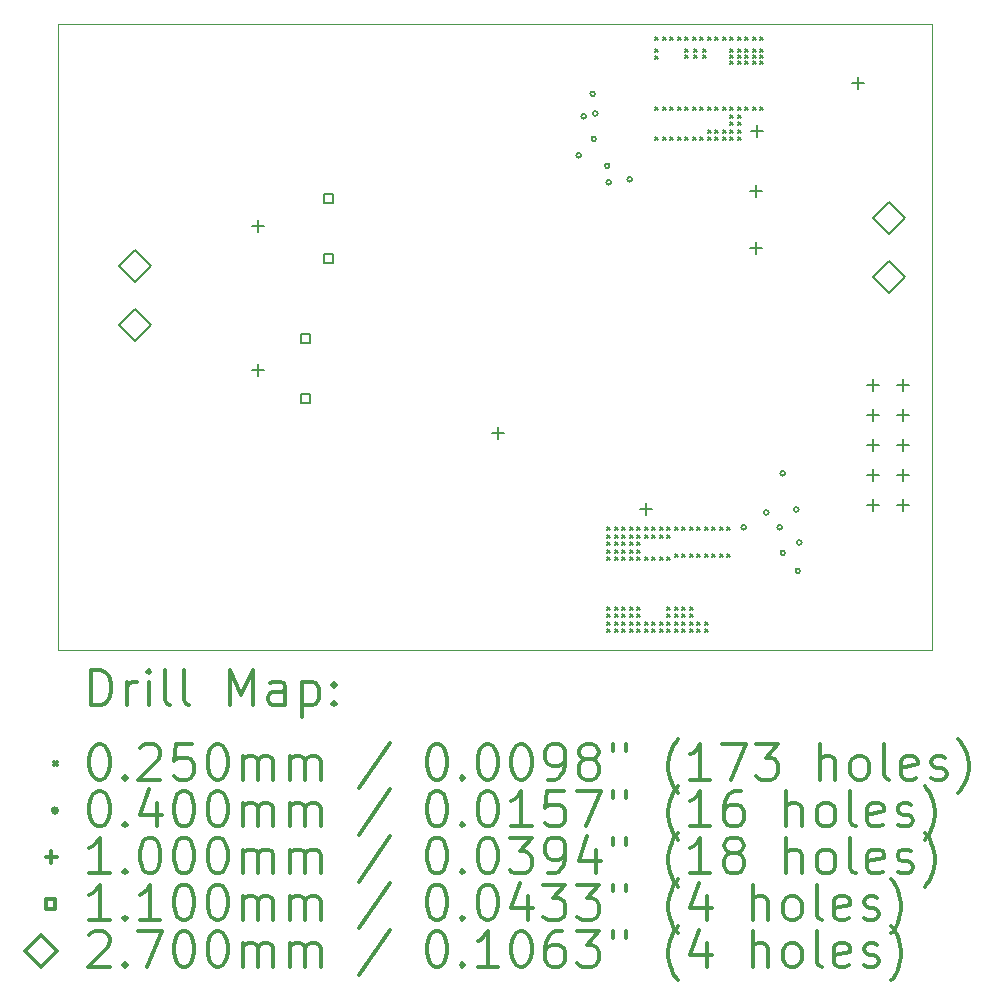
<source format=gbr>
%FSLAX45Y45*%
G04 Gerber Fmt 4.5, Leading zero omitted, Abs format (unit mm)*
G04 Created by KiCad (PCBNEW 5.1.10) date 2021-07-13 10:11:18*
%MOMM*%
%LPD*%
G01*
G04 APERTURE LIST*
%TA.AperFunction,Profile*%
%ADD10C,0.050000*%
%TD*%
%ADD11C,0.200000*%
%ADD12C,0.300000*%
G04 APERTURE END LIST*
D10*
X14600000Y-11600000D02*
X22000000Y-11600000D01*
X14600000Y-16900000D02*
X14600000Y-11600000D01*
X22000000Y-16900000D02*
X14600000Y-16900000D01*
X22000000Y-11600000D02*
X22000000Y-16900000D01*
D11*
X19253400Y-15862500D02*
X19278400Y-15887500D01*
X19278400Y-15862500D02*
X19253400Y-15887500D01*
X19253400Y-15926000D02*
X19278400Y-15951000D01*
X19278400Y-15926000D02*
X19253400Y-15951000D01*
X19253400Y-15989500D02*
X19278400Y-16014500D01*
X19278400Y-15989500D02*
X19253400Y-16014500D01*
X19253400Y-16053000D02*
X19278400Y-16078000D01*
X19278400Y-16053000D02*
X19253400Y-16078000D01*
X19253400Y-16116500D02*
X19278400Y-16141500D01*
X19278400Y-16116500D02*
X19253400Y-16141500D01*
X19253400Y-16535600D02*
X19278400Y-16560600D01*
X19278400Y-16535600D02*
X19253400Y-16560600D01*
X19253400Y-16599100D02*
X19278400Y-16624100D01*
X19278400Y-16599100D02*
X19253400Y-16624100D01*
X19253400Y-16662600D02*
X19278400Y-16687600D01*
X19278400Y-16662600D02*
X19253400Y-16687600D01*
X19253400Y-16726100D02*
X19278400Y-16751100D01*
X19278400Y-16726100D02*
X19253400Y-16751100D01*
X19316900Y-15862500D02*
X19341900Y-15887500D01*
X19341900Y-15862500D02*
X19316900Y-15887500D01*
X19316900Y-15926000D02*
X19341900Y-15951000D01*
X19341900Y-15926000D02*
X19316900Y-15951000D01*
X19316900Y-15989500D02*
X19341900Y-16014500D01*
X19341900Y-15989500D02*
X19316900Y-16014500D01*
X19316900Y-16053000D02*
X19341900Y-16078000D01*
X19341900Y-16053000D02*
X19316900Y-16078000D01*
X19316900Y-16116500D02*
X19341900Y-16141500D01*
X19341900Y-16116500D02*
X19316900Y-16141500D01*
X19316900Y-16535600D02*
X19341900Y-16560600D01*
X19341900Y-16535600D02*
X19316900Y-16560600D01*
X19316900Y-16599100D02*
X19341900Y-16624100D01*
X19341900Y-16599100D02*
X19316900Y-16624100D01*
X19316900Y-16662600D02*
X19341900Y-16687600D01*
X19341900Y-16662600D02*
X19316900Y-16687600D01*
X19316900Y-16726100D02*
X19341900Y-16751100D01*
X19341900Y-16726100D02*
X19316900Y-16751100D01*
X19380400Y-15862500D02*
X19405400Y-15887500D01*
X19405400Y-15862500D02*
X19380400Y-15887500D01*
X19380400Y-15926000D02*
X19405400Y-15951000D01*
X19405400Y-15926000D02*
X19380400Y-15951000D01*
X19380400Y-15989500D02*
X19405400Y-16014500D01*
X19405400Y-15989500D02*
X19380400Y-16014500D01*
X19380400Y-16053000D02*
X19405400Y-16078000D01*
X19405400Y-16053000D02*
X19380400Y-16078000D01*
X19380400Y-16116500D02*
X19405400Y-16141500D01*
X19405400Y-16116500D02*
X19380400Y-16141500D01*
X19380400Y-16535600D02*
X19405400Y-16560600D01*
X19405400Y-16535600D02*
X19380400Y-16560600D01*
X19380400Y-16599100D02*
X19405400Y-16624100D01*
X19405400Y-16599100D02*
X19380400Y-16624100D01*
X19380400Y-16662600D02*
X19405400Y-16687600D01*
X19405400Y-16662600D02*
X19380400Y-16687600D01*
X19380400Y-16726100D02*
X19405400Y-16751100D01*
X19405400Y-16726100D02*
X19380400Y-16751100D01*
X19443900Y-15862500D02*
X19468900Y-15887500D01*
X19468900Y-15862500D02*
X19443900Y-15887500D01*
X19443900Y-15926000D02*
X19468900Y-15951000D01*
X19468900Y-15926000D02*
X19443900Y-15951000D01*
X19443900Y-15989500D02*
X19468900Y-16014500D01*
X19468900Y-15989500D02*
X19443900Y-16014500D01*
X19443900Y-16053000D02*
X19468900Y-16078000D01*
X19468900Y-16053000D02*
X19443900Y-16078000D01*
X19443900Y-16116500D02*
X19468900Y-16141500D01*
X19468900Y-16116500D02*
X19443900Y-16141500D01*
X19443900Y-16535600D02*
X19468900Y-16560600D01*
X19468900Y-16535600D02*
X19443900Y-16560600D01*
X19443900Y-16599100D02*
X19468900Y-16624100D01*
X19468900Y-16599100D02*
X19443900Y-16624100D01*
X19443900Y-16662600D02*
X19468900Y-16687600D01*
X19468900Y-16662600D02*
X19443900Y-16687600D01*
X19443900Y-16726100D02*
X19468900Y-16751100D01*
X19468900Y-16726100D02*
X19443900Y-16751100D01*
X19507400Y-15862500D02*
X19532400Y-15887500D01*
X19532400Y-15862500D02*
X19507400Y-15887500D01*
X19507400Y-15926000D02*
X19532400Y-15951000D01*
X19532400Y-15926000D02*
X19507400Y-15951000D01*
X19507400Y-15989500D02*
X19532400Y-16014500D01*
X19532400Y-15989500D02*
X19507400Y-16014500D01*
X19507400Y-16053000D02*
X19532400Y-16078000D01*
X19532400Y-16053000D02*
X19507400Y-16078000D01*
X19507400Y-16116500D02*
X19532400Y-16141500D01*
X19532400Y-16116500D02*
X19507400Y-16141500D01*
X19507400Y-16535600D02*
X19532400Y-16560600D01*
X19532400Y-16535600D02*
X19507400Y-16560600D01*
X19507400Y-16599100D02*
X19532400Y-16624100D01*
X19532400Y-16599100D02*
X19507400Y-16624100D01*
X19507400Y-16662600D02*
X19532400Y-16687600D01*
X19532400Y-16662600D02*
X19507400Y-16687600D01*
X19507400Y-16726100D02*
X19532400Y-16751100D01*
X19532400Y-16726100D02*
X19507400Y-16751100D01*
X19570900Y-15862500D02*
X19595900Y-15887500D01*
X19595900Y-15862500D02*
X19570900Y-15887500D01*
X19570900Y-15926000D02*
X19595900Y-15951000D01*
X19595900Y-15926000D02*
X19570900Y-15951000D01*
X19570900Y-16116500D02*
X19595900Y-16141500D01*
X19595900Y-16116500D02*
X19570900Y-16141500D01*
X19570900Y-16662600D02*
X19595900Y-16687600D01*
X19595900Y-16662600D02*
X19570900Y-16687600D01*
X19570900Y-16726100D02*
X19595900Y-16751100D01*
X19595900Y-16726100D02*
X19570900Y-16751100D01*
X19634400Y-15862500D02*
X19659400Y-15887500D01*
X19659400Y-15862500D02*
X19634400Y-15887500D01*
X19634400Y-15926000D02*
X19659400Y-15951000D01*
X19659400Y-15926000D02*
X19634400Y-15951000D01*
X19634400Y-16116500D02*
X19659400Y-16141500D01*
X19659400Y-16116500D02*
X19634400Y-16141500D01*
X19634400Y-16662600D02*
X19659400Y-16687600D01*
X19659400Y-16662600D02*
X19634400Y-16687600D01*
X19634400Y-16726100D02*
X19659400Y-16751100D01*
X19659400Y-16726100D02*
X19634400Y-16751100D01*
X19659800Y-11709600D02*
X19684800Y-11734600D01*
X19684800Y-11709600D02*
X19659800Y-11734600D01*
X19659800Y-11811200D02*
X19684800Y-11836200D01*
X19684800Y-11811200D02*
X19659800Y-11836200D01*
X19659800Y-11874700D02*
X19684800Y-11899700D01*
X19684800Y-11874700D02*
X19659800Y-11899700D01*
X19659800Y-12306500D02*
X19684800Y-12331500D01*
X19684800Y-12306500D02*
X19659800Y-12331500D01*
X19659800Y-12560500D02*
X19684800Y-12585500D01*
X19684800Y-12560500D02*
X19659800Y-12585500D01*
X19697900Y-15862500D02*
X19722900Y-15887500D01*
X19722900Y-15862500D02*
X19697900Y-15887500D01*
X19697900Y-15926000D02*
X19722900Y-15951000D01*
X19722900Y-15926000D02*
X19697900Y-15951000D01*
X19697900Y-16116500D02*
X19722900Y-16141500D01*
X19722900Y-16116500D02*
X19697900Y-16141500D01*
X19697900Y-16662600D02*
X19722900Y-16687600D01*
X19722900Y-16662600D02*
X19697900Y-16687600D01*
X19697900Y-16726100D02*
X19722900Y-16751100D01*
X19722900Y-16726100D02*
X19697900Y-16751100D01*
X19723300Y-11709600D02*
X19748300Y-11734600D01*
X19748300Y-11709600D02*
X19723300Y-11734600D01*
X19723300Y-12306500D02*
X19748300Y-12331500D01*
X19748300Y-12306500D02*
X19723300Y-12331500D01*
X19723300Y-12560500D02*
X19748300Y-12585500D01*
X19748300Y-12560500D02*
X19723300Y-12585500D01*
X19761400Y-15862500D02*
X19786400Y-15887500D01*
X19786400Y-15862500D02*
X19761400Y-15887500D01*
X19761400Y-15926000D02*
X19786400Y-15951000D01*
X19786400Y-15926000D02*
X19761400Y-15951000D01*
X19761400Y-16116500D02*
X19786400Y-16141500D01*
X19786400Y-16116500D02*
X19761400Y-16141500D01*
X19761400Y-16535600D02*
X19786400Y-16560600D01*
X19786400Y-16535600D02*
X19761400Y-16560600D01*
X19761400Y-16599100D02*
X19786400Y-16624100D01*
X19786400Y-16599100D02*
X19761400Y-16624100D01*
X19761400Y-16662600D02*
X19786400Y-16687600D01*
X19786400Y-16662600D02*
X19761400Y-16687600D01*
X19761400Y-16726100D02*
X19786400Y-16751100D01*
X19786400Y-16726100D02*
X19761400Y-16751100D01*
X19786800Y-11709600D02*
X19811800Y-11734600D01*
X19811800Y-11709600D02*
X19786800Y-11734600D01*
X19786800Y-12306500D02*
X19811800Y-12331500D01*
X19811800Y-12306500D02*
X19786800Y-12331500D01*
X19786800Y-12560500D02*
X19811800Y-12585500D01*
X19811800Y-12560500D02*
X19786800Y-12585500D01*
X19824900Y-15862500D02*
X19849900Y-15887500D01*
X19849900Y-15862500D02*
X19824900Y-15887500D01*
X19824900Y-16091100D02*
X19849900Y-16116100D01*
X19849900Y-16091100D02*
X19824900Y-16116100D01*
X19824900Y-16535600D02*
X19849900Y-16560600D01*
X19849900Y-16535600D02*
X19824900Y-16560600D01*
X19824900Y-16599100D02*
X19849900Y-16624100D01*
X19849900Y-16599100D02*
X19824900Y-16624100D01*
X19824900Y-16662600D02*
X19849900Y-16687600D01*
X19849900Y-16662600D02*
X19824900Y-16687600D01*
X19824900Y-16726100D02*
X19849900Y-16751100D01*
X19849900Y-16726100D02*
X19824900Y-16751100D01*
X19850300Y-11709600D02*
X19875300Y-11734600D01*
X19875300Y-11709600D02*
X19850300Y-11734600D01*
X19850300Y-12306500D02*
X19875300Y-12331500D01*
X19875300Y-12306500D02*
X19850300Y-12331500D01*
X19850300Y-12560500D02*
X19875300Y-12585500D01*
X19875300Y-12560500D02*
X19850300Y-12585500D01*
X19888400Y-15862500D02*
X19913400Y-15887500D01*
X19913400Y-15862500D02*
X19888400Y-15887500D01*
X19888400Y-16091100D02*
X19913400Y-16116100D01*
X19913400Y-16091100D02*
X19888400Y-16116100D01*
X19888400Y-16535600D02*
X19913400Y-16560600D01*
X19913400Y-16535600D02*
X19888400Y-16560600D01*
X19888400Y-16599100D02*
X19913400Y-16624100D01*
X19913400Y-16599100D02*
X19888400Y-16624100D01*
X19888400Y-16662600D02*
X19913400Y-16687600D01*
X19913400Y-16662600D02*
X19888400Y-16687600D01*
X19888400Y-16726100D02*
X19913400Y-16751100D01*
X19913400Y-16726100D02*
X19888400Y-16751100D01*
X19913800Y-11709600D02*
X19938800Y-11734600D01*
X19938800Y-11709600D02*
X19913800Y-11734600D01*
X19913800Y-11811200D02*
X19938800Y-11836200D01*
X19938800Y-11811200D02*
X19913800Y-11836200D01*
X19913800Y-11862000D02*
X19938800Y-11887000D01*
X19938800Y-11862000D02*
X19913800Y-11887000D01*
X19913800Y-12306500D02*
X19938800Y-12331500D01*
X19938800Y-12306500D02*
X19913800Y-12331500D01*
X19913800Y-12560500D02*
X19938800Y-12585500D01*
X19938800Y-12560500D02*
X19913800Y-12585500D01*
X19951900Y-15862500D02*
X19976900Y-15887500D01*
X19976900Y-15862500D02*
X19951900Y-15887500D01*
X19951900Y-16091100D02*
X19976900Y-16116100D01*
X19976900Y-16091100D02*
X19951900Y-16116100D01*
X19951900Y-16535600D02*
X19976900Y-16560600D01*
X19976900Y-16535600D02*
X19951900Y-16560600D01*
X19951900Y-16599100D02*
X19976900Y-16624100D01*
X19976900Y-16599100D02*
X19951900Y-16624100D01*
X19951900Y-16662600D02*
X19976900Y-16687600D01*
X19976900Y-16662600D02*
X19951900Y-16687600D01*
X19951900Y-16726100D02*
X19976900Y-16751100D01*
X19976900Y-16726100D02*
X19951900Y-16751100D01*
X19977300Y-11709600D02*
X20002300Y-11734600D01*
X20002300Y-11709600D02*
X19977300Y-11734600D01*
X19977300Y-12306500D02*
X20002300Y-12331500D01*
X20002300Y-12306500D02*
X19977300Y-12331500D01*
X19977300Y-12560500D02*
X20002300Y-12585500D01*
X20002300Y-12560500D02*
X19977300Y-12585500D01*
X19990000Y-11811200D02*
X20015000Y-11836200D01*
X20015000Y-11811200D02*
X19990000Y-11836200D01*
X19990000Y-11862000D02*
X20015000Y-11887000D01*
X20015000Y-11862000D02*
X19990000Y-11887000D01*
X20015400Y-15862500D02*
X20040400Y-15887500D01*
X20040400Y-15862500D02*
X20015400Y-15887500D01*
X20015400Y-16091100D02*
X20040400Y-16116100D01*
X20040400Y-16091100D02*
X20015400Y-16116100D01*
X20015400Y-16662600D02*
X20040400Y-16687600D01*
X20040400Y-16662600D02*
X20015400Y-16687600D01*
X20015400Y-16726100D02*
X20040400Y-16751100D01*
X20040400Y-16726100D02*
X20015400Y-16751100D01*
X20040800Y-11709600D02*
X20065800Y-11734600D01*
X20065800Y-11709600D02*
X20040800Y-11734600D01*
X20040800Y-12306500D02*
X20065800Y-12331500D01*
X20065800Y-12306500D02*
X20040800Y-12331500D01*
X20040800Y-12560500D02*
X20065800Y-12585500D01*
X20065800Y-12560500D02*
X20040800Y-12585500D01*
X20066200Y-11811200D02*
X20091200Y-11836200D01*
X20091200Y-11811200D02*
X20066200Y-11836200D01*
X20066200Y-11862000D02*
X20091200Y-11887000D01*
X20091200Y-11862000D02*
X20066200Y-11887000D01*
X20078900Y-15862500D02*
X20103900Y-15887500D01*
X20103900Y-15862500D02*
X20078900Y-15887500D01*
X20078900Y-16091100D02*
X20103900Y-16116100D01*
X20103900Y-16091100D02*
X20078900Y-16116100D01*
X20078900Y-16662600D02*
X20103900Y-16687600D01*
X20103900Y-16662600D02*
X20078900Y-16687600D01*
X20078900Y-16726100D02*
X20103900Y-16751100D01*
X20103900Y-16726100D02*
X20078900Y-16751100D01*
X20104300Y-11709600D02*
X20129300Y-11734600D01*
X20129300Y-11709600D02*
X20104300Y-11734600D01*
X20104300Y-12306500D02*
X20129300Y-12331500D01*
X20129300Y-12306500D02*
X20104300Y-12331500D01*
X20104300Y-12497000D02*
X20129300Y-12522000D01*
X20129300Y-12497000D02*
X20104300Y-12522000D01*
X20104300Y-12560500D02*
X20129300Y-12585500D01*
X20129300Y-12560500D02*
X20104300Y-12585500D01*
X20142400Y-15862500D02*
X20167400Y-15887500D01*
X20167400Y-15862500D02*
X20142400Y-15887500D01*
X20142400Y-16091100D02*
X20167400Y-16116100D01*
X20167400Y-16091100D02*
X20142400Y-16116100D01*
X20167800Y-11709600D02*
X20192800Y-11734600D01*
X20192800Y-11709600D02*
X20167800Y-11734600D01*
X20167800Y-12306500D02*
X20192800Y-12331500D01*
X20192800Y-12306500D02*
X20167800Y-12331500D01*
X20167800Y-12497000D02*
X20192800Y-12522000D01*
X20192800Y-12497000D02*
X20167800Y-12522000D01*
X20167800Y-12560500D02*
X20192800Y-12585500D01*
X20192800Y-12560500D02*
X20167800Y-12585500D01*
X20205900Y-15862500D02*
X20230900Y-15887500D01*
X20230900Y-15862500D02*
X20205900Y-15887500D01*
X20205900Y-16091100D02*
X20230900Y-16116100D01*
X20230900Y-16091100D02*
X20205900Y-16116100D01*
X20231300Y-11709600D02*
X20256300Y-11734600D01*
X20256300Y-11709600D02*
X20231300Y-11734600D01*
X20231300Y-12306500D02*
X20256300Y-12331500D01*
X20256300Y-12306500D02*
X20231300Y-12331500D01*
X20231300Y-12497000D02*
X20256300Y-12522000D01*
X20256300Y-12497000D02*
X20231300Y-12522000D01*
X20231300Y-12560500D02*
X20256300Y-12585500D01*
X20256300Y-12560500D02*
X20231300Y-12585500D01*
X20269400Y-15862500D02*
X20294400Y-15887500D01*
X20294400Y-15862500D02*
X20269400Y-15887500D01*
X20269400Y-16091100D02*
X20294400Y-16116100D01*
X20294400Y-16091100D02*
X20269400Y-16116100D01*
X20294800Y-11709600D02*
X20319800Y-11734600D01*
X20319800Y-11709600D02*
X20294800Y-11734600D01*
X20294800Y-11811200D02*
X20319800Y-11836200D01*
X20319800Y-11811200D02*
X20294800Y-11836200D01*
X20294800Y-11862000D02*
X20319800Y-11887000D01*
X20319800Y-11862000D02*
X20294800Y-11887000D01*
X20294800Y-11912800D02*
X20319800Y-11937800D01*
X20319800Y-11912800D02*
X20294800Y-11937800D01*
X20294800Y-12306500D02*
X20319800Y-12331500D01*
X20319800Y-12306500D02*
X20294800Y-12331500D01*
X20294800Y-12370000D02*
X20319800Y-12395000D01*
X20319800Y-12370000D02*
X20294800Y-12395000D01*
X20294800Y-12433500D02*
X20319800Y-12458500D01*
X20319800Y-12433500D02*
X20294800Y-12458500D01*
X20294800Y-12497000D02*
X20319800Y-12522000D01*
X20319800Y-12497000D02*
X20294800Y-12522000D01*
X20294800Y-12560500D02*
X20319800Y-12585500D01*
X20319800Y-12560500D02*
X20294800Y-12585500D01*
X20358300Y-11709600D02*
X20383300Y-11734600D01*
X20383300Y-11709600D02*
X20358300Y-11734600D01*
X20358300Y-11811200D02*
X20383300Y-11836200D01*
X20383300Y-11811200D02*
X20358300Y-11836200D01*
X20358300Y-11862000D02*
X20383300Y-11887000D01*
X20383300Y-11862000D02*
X20358300Y-11887000D01*
X20358300Y-11912800D02*
X20383300Y-11937800D01*
X20383300Y-11912800D02*
X20358300Y-11937800D01*
X20358300Y-12306500D02*
X20383300Y-12331500D01*
X20383300Y-12306500D02*
X20358300Y-12331500D01*
X20358300Y-12370000D02*
X20383300Y-12395000D01*
X20383300Y-12370000D02*
X20358300Y-12395000D01*
X20358300Y-12433500D02*
X20383300Y-12458500D01*
X20383300Y-12433500D02*
X20358300Y-12458500D01*
X20358300Y-12497000D02*
X20383300Y-12522000D01*
X20383300Y-12497000D02*
X20358300Y-12522000D01*
X20358300Y-12560500D02*
X20383300Y-12585500D01*
X20383300Y-12560500D02*
X20358300Y-12585500D01*
X20421800Y-11709600D02*
X20446800Y-11734600D01*
X20446800Y-11709600D02*
X20421800Y-11734600D01*
X20421800Y-11811200D02*
X20446800Y-11836200D01*
X20446800Y-11811200D02*
X20421800Y-11836200D01*
X20421800Y-11862000D02*
X20446800Y-11887000D01*
X20446800Y-11862000D02*
X20421800Y-11887000D01*
X20421800Y-11912800D02*
X20446800Y-11937800D01*
X20446800Y-11912800D02*
X20421800Y-11937800D01*
X20421800Y-12306500D02*
X20446800Y-12331500D01*
X20446800Y-12306500D02*
X20421800Y-12331500D01*
X20485300Y-11709600D02*
X20510300Y-11734600D01*
X20510300Y-11709600D02*
X20485300Y-11734600D01*
X20485300Y-11811200D02*
X20510300Y-11836200D01*
X20510300Y-11811200D02*
X20485300Y-11836200D01*
X20485300Y-11862000D02*
X20510300Y-11887000D01*
X20510300Y-11862000D02*
X20485300Y-11887000D01*
X20485300Y-11912800D02*
X20510300Y-11937800D01*
X20510300Y-11912800D02*
X20485300Y-11937800D01*
X20485300Y-12306500D02*
X20510300Y-12331500D01*
X20510300Y-12306500D02*
X20485300Y-12331500D01*
X20548800Y-11709600D02*
X20573800Y-11734600D01*
X20573800Y-11709600D02*
X20548800Y-11734600D01*
X20548800Y-11811200D02*
X20573800Y-11836200D01*
X20573800Y-11811200D02*
X20548800Y-11836200D01*
X20548800Y-11862000D02*
X20573800Y-11887000D01*
X20573800Y-11862000D02*
X20548800Y-11887000D01*
X20548800Y-11912800D02*
X20573800Y-11937800D01*
X20573800Y-11912800D02*
X20548800Y-11937800D01*
X20548800Y-12306500D02*
X20573800Y-12331500D01*
X20573800Y-12306500D02*
X20548800Y-12331500D01*
X19031900Y-12712700D02*
G75*
G03*
X19031900Y-12712700I-20000J0D01*
G01*
X19073841Y-12382500D02*
G75*
G03*
X19073841Y-12382500I-20000J0D01*
G01*
X19150041Y-12192000D02*
G75*
G03*
X19150041Y-12192000I-20000J0D01*
G01*
X19158900Y-12573000D02*
G75*
G03*
X19158900Y-12573000I-20000J0D01*
G01*
X19171600Y-12357100D02*
G75*
G03*
X19171600Y-12357100I-20000J0D01*
G01*
X19273200Y-12801600D02*
G75*
G03*
X19273200Y-12801600I-20000J0D01*
G01*
X19285900Y-12941300D02*
G75*
G03*
X19285900Y-12941300I-20000J0D01*
G01*
X19463700Y-12915900D02*
G75*
G03*
X19463700Y-12915900I-20000J0D01*
G01*
X20428900Y-15862300D02*
G75*
G03*
X20428900Y-15862300I-20000J0D01*
G01*
X20619400Y-15735300D02*
G75*
G03*
X20619400Y-15735300I-20000J0D01*
G01*
X20733700Y-15862300D02*
G75*
G03*
X20733700Y-15862300I-20000J0D01*
G01*
X20759100Y-15405100D02*
G75*
G03*
X20759100Y-15405100I-20000J0D01*
G01*
X20759100Y-16078200D02*
G75*
G03*
X20759100Y-16078200I-20000J0D01*
G01*
X20873400Y-15709900D02*
G75*
G03*
X20873400Y-15709900I-20000J0D01*
G01*
X20886100Y-16230600D02*
G75*
G03*
X20886100Y-16230600I-20000J0D01*
G01*
X20898800Y-15989300D02*
G75*
G03*
X20898800Y-15989300I-20000J0D01*
G01*
X16294100Y-13259600D02*
X16294100Y-13359600D01*
X16244100Y-13309600D02*
X16344100Y-13309600D01*
X16294100Y-14478800D02*
X16294100Y-14578800D01*
X16244100Y-14528800D02*
X16344100Y-14528800D01*
X18326100Y-15012200D02*
X18326100Y-15112200D01*
X18276100Y-15062200D02*
X18376100Y-15062200D01*
X19583400Y-15659900D02*
X19583400Y-15759900D01*
X19533400Y-15709900D02*
X19633400Y-15709900D01*
X20510500Y-12967500D02*
X20510500Y-13067500D01*
X20460500Y-13017500D02*
X20560500Y-13017500D01*
X20510500Y-13450100D02*
X20510500Y-13550100D01*
X20460500Y-13500100D02*
X20560500Y-13500100D01*
X20523200Y-12459500D02*
X20523200Y-12559500D01*
X20473200Y-12509500D02*
X20573200Y-12509500D01*
X21374100Y-12053100D02*
X21374100Y-12153100D01*
X21324100Y-12103100D02*
X21424100Y-12103100D01*
X21501100Y-14605800D02*
X21501100Y-14705800D01*
X21451100Y-14655800D02*
X21551100Y-14655800D01*
X21501100Y-14859800D02*
X21501100Y-14959800D01*
X21451100Y-14909800D02*
X21551100Y-14909800D01*
X21501100Y-15113800D02*
X21501100Y-15213800D01*
X21451100Y-15163800D02*
X21551100Y-15163800D01*
X21501100Y-15367800D02*
X21501100Y-15467800D01*
X21451100Y-15417800D02*
X21551100Y-15417800D01*
X21501100Y-15621800D02*
X21501100Y-15721800D01*
X21451100Y-15671800D02*
X21551100Y-15671800D01*
X21755100Y-14605800D02*
X21755100Y-14705800D01*
X21705100Y-14655800D02*
X21805100Y-14655800D01*
X21755100Y-14859800D02*
X21755100Y-14959800D01*
X21705100Y-14909800D02*
X21805100Y-14909800D01*
X21755100Y-15113800D02*
X21755100Y-15213800D01*
X21705100Y-15163800D02*
X21805100Y-15163800D01*
X21755100Y-15367800D02*
X21755100Y-15467800D01*
X21705100Y-15417800D02*
X21805100Y-15417800D01*
X21755100Y-15621800D02*
X21755100Y-15721800D01*
X21705100Y-15671800D02*
X21805100Y-15671800D01*
X16739391Y-14300991D02*
X16739391Y-14223209D01*
X16661609Y-14223209D01*
X16661609Y-14300991D01*
X16739391Y-14300991D01*
X16739391Y-14808991D02*
X16739391Y-14731209D01*
X16661609Y-14731209D01*
X16661609Y-14808991D01*
X16739391Y-14808991D01*
X16929891Y-13119891D02*
X16929891Y-13042109D01*
X16852109Y-13042109D01*
X16852109Y-13119891D01*
X16929891Y-13119891D01*
X16929891Y-13627891D02*
X16929891Y-13550109D01*
X16852109Y-13550109D01*
X16852109Y-13627891D01*
X16929891Y-13627891D01*
X15252700Y-13782800D02*
X15387700Y-13647800D01*
X15252700Y-13512800D01*
X15117700Y-13647800D01*
X15252700Y-13782800D01*
X15252700Y-14282800D02*
X15387700Y-14147800D01*
X15252700Y-14012800D01*
X15117700Y-14147800D01*
X15252700Y-14282800D01*
X21640800Y-13376400D02*
X21775800Y-13241400D01*
X21640800Y-13106400D01*
X21505800Y-13241400D01*
X21640800Y-13376400D01*
X21640800Y-13876400D02*
X21775800Y-13741400D01*
X21640800Y-13606400D01*
X21505800Y-13741400D01*
X21640800Y-13876400D01*
D12*
X14883928Y-17368214D02*
X14883928Y-17068214D01*
X14955357Y-17068214D01*
X14998214Y-17082500D01*
X15026786Y-17111072D01*
X15041071Y-17139643D01*
X15055357Y-17196786D01*
X15055357Y-17239643D01*
X15041071Y-17296786D01*
X15026786Y-17325357D01*
X14998214Y-17353929D01*
X14955357Y-17368214D01*
X14883928Y-17368214D01*
X15183928Y-17368214D02*
X15183928Y-17168214D01*
X15183928Y-17225357D02*
X15198214Y-17196786D01*
X15212500Y-17182500D01*
X15241071Y-17168214D01*
X15269643Y-17168214D01*
X15369643Y-17368214D02*
X15369643Y-17168214D01*
X15369643Y-17068214D02*
X15355357Y-17082500D01*
X15369643Y-17096786D01*
X15383928Y-17082500D01*
X15369643Y-17068214D01*
X15369643Y-17096786D01*
X15555357Y-17368214D02*
X15526786Y-17353929D01*
X15512500Y-17325357D01*
X15512500Y-17068214D01*
X15712500Y-17368214D02*
X15683928Y-17353929D01*
X15669643Y-17325357D01*
X15669643Y-17068214D01*
X16055357Y-17368214D02*
X16055357Y-17068214D01*
X16155357Y-17282500D01*
X16255357Y-17068214D01*
X16255357Y-17368214D01*
X16526786Y-17368214D02*
X16526786Y-17211072D01*
X16512500Y-17182500D01*
X16483928Y-17168214D01*
X16426786Y-17168214D01*
X16398214Y-17182500D01*
X16526786Y-17353929D02*
X16498214Y-17368214D01*
X16426786Y-17368214D01*
X16398214Y-17353929D01*
X16383928Y-17325357D01*
X16383928Y-17296786D01*
X16398214Y-17268214D01*
X16426786Y-17253929D01*
X16498214Y-17253929D01*
X16526786Y-17239643D01*
X16669643Y-17168214D02*
X16669643Y-17468214D01*
X16669643Y-17182500D02*
X16698214Y-17168214D01*
X16755357Y-17168214D01*
X16783928Y-17182500D01*
X16798214Y-17196786D01*
X16812500Y-17225357D01*
X16812500Y-17311072D01*
X16798214Y-17339643D01*
X16783928Y-17353929D01*
X16755357Y-17368214D01*
X16698214Y-17368214D01*
X16669643Y-17353929D01*
X16941071Y-17339643D02*
X16955357Y-17353929D01*
X16941071Y-17368214D01*
X16926786Y-17353929D01*
X16941071Y-17339643D01*
X16941071Y-17368214D01*
X16941071Y-17182500D02*
X16955357Y-17196786D01*
X16941071Y-17211072D01*
X16926786Y-17196786D01*
X16941071Y-17182500D01*
X16941071Y-17211072D01*
X14572500Y-17850000D02*
X14597500Y-17875000D01*
X14597500Y-17850000D02*
X14572500Y-17875000D01*
X14941071Y-17698214D02*
X14969643Y-17698214D01*
X14998214Y-17712500D01*
X15012500Y-17726786D01*
X15026786Y-17755357D01*
X15041071Y-17812500D01*
X15041071Y-17883929D01*
X15026786Y-17941072D01*
X15012500Y-17969643D01*
X14998214Y-17983929D01*
X14969643Y-17998214D01*
X14941071Y-17998214D01*
X14912500Y-17983929D01*
X14898214Y-17969643D01*
X14883928Y-17941072D01*
X14869643Y-17883929D01*
X14869643Y-17812500D01*
X14883928Y-17755357D01*
X14898214Y-17726786D01*
X14912500Y-17712500D01*
X14941071Y-17698214D01*
X15169643Y-17969643D02*
X15183928Y-17983929D01*
X15169643Y-17998214D01*
X15155357Y-17983929D01*
X15169643Y-17969643D01*
X15169643Y-17998214D01*
X15298214Y-17726786D02*
X15312500Y-17712500D01*
X15341071Y-17698214D01*
X15412500Y-17698214D01*
X15441071Y-17712500D01*
X15455357Y-17726786D01*
X15469643Y-17755357D01*
X15469643Y-17783929D01*
X15455357Y-17826786D01*
X15283928Y-17998214D01*
X15469643Y-17998214D01*
X15741071Y-17698214D02*
X15598214Y-17698214D01*
X15583928Y-17841072D01*
X15598214Y-17826786D01*
X15626786Y-17812500D01*
X15698214Y-17812500D01*
X15726786Y-17826786D01*
X15741071Y-17841072D01*
X15755357Y-17869643D01*
X15755357Y-17941072D01*
X15741071Y-17969643D01*
X15726786Y-17983929D01*
X15698214Y-17998214D01*
X15626786Y-17998214D01*
X15598214Y-17983929D01*
X15583928Y-17969643D01*
X15941071Y-17698214D02*
X15969643Y-17698214D01*
X15998214Y-17712500D01*
X16012500Y-17726786D01*
X16026786Y-17755357D01*
X16041071Y-17812500D01*
X16041071Y-17883929D01*
X16026786Y-17941072D01*
X16012500Y-17969643D01*
X15998214Y-17983929D01*
X15969643Y-17998214D01*
X15941071Y-17998214D01*
X15912500Y-17983929D01*
X15898214Y-17969643D01*
X15883928Y-17941072D01*
X15869643Y-17883929D01*
X15869643Y-17812500D01*
X15883928Y-17755357D01*
X15898214Y-17726786D01*
X15912500Y-17712500D01*
X15941071Y-17698214D01*
X16169643Y-17998214D02*
X16169643Y-17798214D01*
X16169643Y-17826786D02*
X16183928Y-17812500D01*
X16212500Y-17798214D01*
X16255357Y-17798214D01*
X16283928Y-17812500D01*
X16298214Y-17841072D01*
X16298214Y-17998214D01*
X16298214Y-17841072D02*
X16312500Y-17812500D01*
X16341071Y-17798214D01*
X16383928Y-17798214D01*
X16412500Y-17812500D01*
X16426786Y-17841072D01*
X16426786Y-17998214D01*
X16569643Y-17998214D02*
X16569643Y-17798214D01*
X16569643Y-17826786D02*
X16583928Y-17812500D01*
X16612500Y-17798214D01*
X16655357Y-17798214D01*
X16683928Y-17812500D01*
X16698214Y-17841072D01*
X16698214Y-17998214D01*
X16698214Y-17841072D02*
X16712500Y-17812500D01*
X16741071Y-17798214D01*
X16783928Y-17798214D01*
X16812500Y-17812500D01*
X16826786Y-17841072D01*
X16826786Y-17998214D01*
X17412500Y-17683929D02*
X17155357Y-18069643D01*
X17798214Y-17698214D02*
X17826786Y-17698214D01*
X17855357Y-17712500D01*
X17869643Y-17726786D01*
X17883928Y-17755357D01*
X17898214Y-17812500D01*
X17898214Y-17883929D01*
X17883928Y-17941072D01*
X17869643Y-17969643D01*
X17855357Y-17983929D01*
X17826786Y-17998214D01*
X17798214Y-17998214D01*
X17769643Y-17983929D01*
X17755357Y-17969643D01*
X17741071Y-17941072D01*
X17726786Y-17883929D01*
X17726786Y-17812500D01*
X17741071Y-17755357D01*
X17755357Y-17726786D01*
X17769643Y-17712500D01*
X17798214Y-17698214D01*
X18026786Y-17969643D02*
X18041071Y-17983929D01*
X18026786Y-17998214D01*
X18012500Y-17983929D01*
X18026786Y-17969643D01*
X18026786Y-17998214D01*
X18226786Y-17698214D02*
X18255357Y-17698214D01*
X18283928Y-17712500D01*
X18298214Y-17726786D01*
X18312500Y-17755357D01*
X18326786Y-17812500D01*
X18326786Y-17883929D01*
X18312500Y-17941072D01*
X18298214Y-17969643D01*
X18283928Y-17983929D01*
X18255357Y-17998214D01*
X18226786Y-17998214D01*
X18198214Y-17983929D01*
X18183928Y-17969643D01*
X18169643Y-17941072D01*
X18155357Y-17883929D01*
X18155357Y-17812500D01*
X18169643Y-17755357D01*
X18183928Y-17726786D01*
X18198214Y-17712500D01*
X18226786Y-17698214D01*
X18512500Y-17698214D02*
X18541071Y-17698214D01*
X18569643Y-17712500D01*
X18583928Y-17726786D01*
X18598214Y-17755357D01*
X18612500Y-17812500D01*
X18612500Y-17883929D01*
X18598214Y-17941072D01*
X18583928Y-17969643D01*
X18569643Y-17983929D01*
X18541071Y-17998214D01*
X18512500Y-17998214D01*
X18483928Y-17983929D01*
X18469643Y-17969643D01*
X18455357Y-17941072D01*
X18441071Y-17883929D01*
X18441071Y-17812500D01*
X18455357Y-17755357D01*
X18469643Y-17726786D01*
X18483928Y-17712500D01*
X18512500Y-17698214D01*
X18755357Y-17998214D02*
X18812500Y-17998214D01*
X18841071Y-17983929D01*
X18855357Y-17969643D01*
X18883928Y-17926786D01*
X18898214Y-17869643D01*
X18898214Y-17755357D01*
X18883928Y-17726786D01*
X18869643Y-17712500D01*
X18841071Y-17698214D01*
X18783928Y-17698214D01*
X18755357Y-17712500D01*
X18741071Y-17726786D01*
X18726786Y-17755357D01*
X18726786Y-17826786D01*
X18741071Y-17855357D01*
X18755357Y-17869643D01*
X18783928Y-17883929D01*
X18841071Y-17883929D01*
X18869643Y-17869643D01*
X18883928Y-17855357D01*
X18898214Y-17826786D01*
X19069643Y-17826786D02*
X19041071Y-17812500D01*
X19026786Y-17798214D01*
X19012500Y-17769643D01*
X19012500Y-17755357D01*
X19026786Y-17726786D01*
X19041071Y-17712500D01*
X19069643Y-17698214D01*
X19126786Y-17698214D01*
X19155357Y-17712500D01*
X19169643Y-17726786D01*
X19183928Y-17755357D01*
X19183928Y-17769643D01*
X19169643Y-17798214D01*
X19155357Y-17812500D01*
X19126786Y-17826786D01*
X19069643Y-17826786D01*
X19041071Y-17841072D01*
X19026786Y-17855357D01*
X19012500Y-17883929D01*
X19012500Y-17941072D01*
X19026786Y-17969643D01*
X19041071Y-17983929D01*
X19069643Y-17998214D01*
X19126786Y-17998214D01*
X19155357Y-17983929D01*
X19169643Y-17969643D01*
X19183928Y-17941072D01*
X19183928Y-17883929D01*
X19169643Y-17855357D01*
X19155357Y-17841072D01*
X19126786Y-17826786D01*
X19298214Y-17698214D02*
X19298214Y-17755357D01*
X19412500Y-17698214D02*
X19412500Y-17755357D01*
X19855357Y-18112500D02*
X19841071Y-18098214D01*
X19812500Y-18055357D01*
X19798214Y-18026786D01*
X19783928Y-17983929D01*
X19769643Y-17912500D01*
X19769643Y-17855357D01*
X19783928Y-17783929D01*
X19798214Y-17741072D01*
X19812500Y-17712500D01*
X19841071Y-17669643D01*
X19855357Y-17655357D01*
X20126786Y-17998214D02*
X19955357Y-17998214D01*
X20041071Y-17998214D02*
X20041071Y-17698214D01*
X20012500Y-17741072D01*
X19983928Y-17769643D01*
X19955357Y-17783929D01*
X20226786Y-17698214D02*
X20426786Y-17698214D01*
X20298214Y-17998214D01*
X20512500Y-17698214D02*
X20698214Y-17698214D01*
X20598214Y-17812500D01*
X20641071Y-17812500D01*
X20669643Y-17826786D01*
X20683928Y-17841072D01*
X20698214Y-17869643D01*
X20698214Y-17941072D01*
X20683928Y-17969643D01*
X20669643Y-17983929D01*
X20641071Y-17998214D01*
X20555357Y-17998214D01*
X20526786Y-17983929D01*
X20512500Y-17969643D01*
X21055357Y-17998214D02*
X21055357Y-17698214D01*
X21183928Y-17998214D02*
X21183928Y-17841072D01*
X21169643Y-17812500D01*
X21141071Y-17798214D01*
X21098214Y-17798214D01*
X21069643Y-17812500D01*
X21055357Y-17826786D01*
X21369643Y-17998214D02*
X21341071Y-17983929D01*
X21326786Y-17969643D01*
X21312500Y-17941072D01*
X21312500Y-17855357D01*
X21326786Y-17826786D01*
X21341071Y-17812500D01*
X21369643Y-17798214D01*
X21412500Y-17798214D01*
X21441071Y-17812500D01*
X21455357Y-17826786D01*
X21469643Y-17855357D01*
X21469643Y-17941072D01*
X21455357Y-17969643D01*
X21441071Y-17983929D01*
X21412500Y-17998214D01*
X21369643Y-17998214D01*
X21641071Y-17998214D02*
X21612500Y-17983929D01*
X21598214Y-17955357D01*
X21598214Y-17698214D01*
X21869643Y-17983929D02*
X21841071Y-17998214D01*
X21783928Y-17998214D01*
X21755357Y-17983929D01*
X21741071Y-17955357D01*
X21741071Y-17841072D01*
X21755357Y-17812500D01*
X21783928Y-17798214D01*
X21841071Y-17798214D01*
X21869643Y-17812500D01*
X21883928Y-17841072D01*
X21883928Y-17869643D01*
X21741071Y-17898214D01*
X21998214Y-17983929D02*
X22026786Y-17998214D01*
X22083928Y-17998214D01*
X22112500Y-17983929D01*
X22126786Y-17955357D01*
X22126786Y-17941072D01*
X22112500Y-17912500D01*
X22083928Y-17898214D01*
X22041071Y-17898214D01*
X22012500Y-17883929D01*
X21998214Y-17855357D01*
X21998214Y-17841072D01*
X22012500Y-17812500D01*
X22041071Y-17798214D01*
X22083928Y-17798214D01*
X22112500Y-17812500D01*
X22226786Y-18112500D02*
X22241071Y-18098214D01*
X22269643Y-18055357D01*
X22283928Y-18026786D01*
X22298214Y-17983929D01*
X22312500Y-17912500D01*
X22312500Y-17855357D01*
X22298214Y-17783929D01*
X22283928Y-17741072D01*
X22269643Y-17712500D01*
X22241071Y-17669643D01*
X22226786Y-17655357D01*
X14597500Y-18258500D02*
G75*
G03*
X14597500Y-18258500I-20000J0D01*
G01*
X14941071Y-18094214D02*
X14969643Y-18094214D01*
X14998214Y-18108500D01*
X15012500Y-18122786D01*
X15026786Y-18151357D01*
X15041071Y-18208500D01*
X15041071Y-18279929D01*
X15026786Y-18337072D01*
X15012500Y-18365643D01*
X14998214Y-18379929D01*
X14969643Y-18394214D01*
X14941071Y-18394214D01*
X14912500Y-18379929D01*
X14898214Y-18365643D01*
X14883928Y-18337072D01*
X14869643Y-18279929D01*
X14869643Y-18208500D01*
X14883928Y-18151357D01*
X14898214Y-18122786D01*
X14912500Y-18108500D01*
X14941071Y-18094214D01*
X15169643Y-18365643D02*
X15183928Y-18379929D01*
X15169643Y-18394214D01*
X15155357Y-18379929D01*
X15169643Y-18365643D01*
X15169643Y-18394214D01*
X15441071Y-18194214D02*
X15441071Y-18394214D01*
X15369643Y-18079929D02*
X15298214Y-18294214D01*
X15483928Y-18294214D01*
X15655357Y-18094214D02*
X15683928Y-18094214D01*
X15712500Y-18108500D01*
X15726786Y-18122786D01*
X15741071Y-18151357D01*
X15755357Y-18208500D01*
X15755357Y-18279929D01*
X15741071Y-18337072D01*
X15726786Y-18365643D01*
X15712500Y-18379929D01*
X15683928Y-18394214D01*
X15655357Y-18394214D01*
X15626786Y-18379929D01*
X15612500Y-18365643D01*
X15598214Y-18337072D01*
X15583928Y-18279929D01*
X15583928Y-18208500D01*
X15598214Y-18151357D01*
X15612500Y-18122786D01*
X15626786Y-18108500D01*
X15655357Y-18094214D01*
X15941071Y-18094214D02*
X15969643Y-18094214D01*
X15998214Y-18108500D01*
X16012500Y-18122786D01*
X16026786Y-18151357D01*
X16041071Y-18208500D01*
X16041071Y-18279929D01*
X16026786Y-18337072D01*
X16012500Y-18365643D01*
X15998214Y-18379929D01*
X15969643Y-18394214D01*
X15941071Y-18394214D01*
X15912500Y-18379929D01*
X15898214Y-18365643D01*
X15883928Y-18337072D01*
X15869643Y-18279929D01*
X15869643Y-18208500D01*
X15883928Y-18151357D01*
X15898214Y-18122786D01*
X15912500Y-18108500D01*
X15941071Y-18094214D01*
X16169643Y-18394214D02*
X16169643Y-18194214D01*
X16169643Y-18222786D02*
X16183928Y-18208500D01*
X16212500Y-18194214D01*
X16255357Y-18194214D01*
X16283928Y-18208500D01*
X16298214Y-18237072D01*
X16298214Y-18394214D01*
X16298214Y-18237072D02*
X16312500Y-18208500D01*
X16341071Y-18194214D01*
X16383928Y-18194214D01*
X16412500Y-18208500D01*
X16426786Y-18237072D01*
X16426786Y-18394214D01*
X16569643Y-18394214D02*
X16569643Y-18194214D01*
X16569643Y-18222786D02*
X16583928Y-18208500D01*
X16612500Y-18194214D01*
X16655357Y-18194214D01*
X16683928Y-18208500D01*
X16698214Y-18237072D01*
X16698214Y-18394214D01*
X16698214Y-18237072D02*
X16712500Y-18208500D01*
X16741071Y-18194214D01*
X16783928Y-18194214D01*
X16812500Y-18208500D01*
X16826786Y-18237072D01*
X16826786Y-18394214D01*
X17412500Y-18079929D02*
X17155357Y-18465643D01*
X17798214Y-18094214D02*
X17826786Y-18094214D01*
X17855357Y-18108500D01*
X17869643Y-18122786D01*
X17883928Y-18151357D01*
X17898214Y-18208500D01*
X17898214Y-18279929D01*
X17883928Y-18337072D01*
X17869643Y-18365643D01*
X17855357Y-18379929D01*
X17826786Y-18394214D01*
X17798214Y-18394214D01*
X17769643Y-18379929D01*
X17755357Y-18365643D01*
X17741071Y-18337072D01*
X17726786Y-18279929D01*
X17726786Y-18208500D01*
X17741071Y-18151357D01*
X17755357Y-18122786D01*
X17769643Y-18108500D01*
X17798214Y-18094214D01*
X18026786Y-18365643D02*
X18041071Y-18379929D01*
X18026786Y-18394214D01*
X18012500Y-18379929D01*
X18026786Y-18365643D01*
X18026786Y-18394214D01*
X18226786Y-18094214D02*
X18255357Y-18094214D01*
X18283928Y-18108500D01*
X18298214Y-18122786D01*
X18312500Y-18151357D01*
X18326786Y-18208500D01*
X18326786Y-18279929D01*
X18312500Y-18337072D01*
X18298214Y-18365643D01*
X18283928Y-18379929D01*
X18255357Y-18394214D01*
X18226786Y-18394214D01*
X18198214Y-18379929D01*
X18183928Y-18365643D01*
X18169643Y-18337072D01*
X18155357Y-18279929D01*
X18155357Y-18208500D01*
X18169643Y-18151357D01*
X18183928Y-18122786D01*
X18198214Y-18108500D01*
X18226786Y-18094214D01*
X18612500Y-18394214D02*
X18441071Y-18394214D01*
X18526786Y-18394214D02*
X18526786Y-18094214D01*
X18498214Y-18137072D01*
X18469643Y-18165643D01*
X18441071Y-18179929D01*
X18883928Y-18094214D02*
X18741071Y-18094214D01*
X18726786Y-18237072D01*
X18741071Y-18222786D01*
X18769643Y-18208500D01*
X18841071Y-18208500D01*
X18869643Y-18222786D01*
X18883928Y-18237072D01*
X18898214Y-18265643D01*
X18898214Y-18337072D01*
X18883928Y-18365643D01*
X18869643Y-18379929D01*
X18841071Y-18394214D01*
X18769643Y-18394214D01*
X18741071Y-18379929D01*
X18726786Y-18365643D01*
X18998214Y-18094214D02*
X19198214Y-18094214D01*
X19069643Y-18394214D01*
X19298214Y-18094214D02*
X19298214Y-18151357D01*
X19412500Y-18094214D02*
X19412500Y-18151357D01*
X19855357Y-18508500D02*
X19841071Y-18494214D01*
X19812500Y-18451357D01*
X19798214Y-18422786D01*
X19783928Y-18379929D01*
X19769643Y-18308500D01*
X19769643Y-18251357D01*
X19783928Y-18179929D01*
X19798214Y-18137072D01*
X19812500Y-18108500D01*
X19841071Y-18065643D01*
X19855357Y-18051357D01*
X20126786Y-18394214D02*
X19955357Y-18394214D01*
X20041071Y-18394214D02*
X20041071Y-18094214D01*
X20012500Y-18137072D01*
X19983928Y-18165643D01*
X19955357Y-18179929D01*
X20383928Y-18094214D02*
X20326786Y-18094214D01*
X20298214Y-18108500D01*
X20283928Y-18122786D01*
X20255357Y-18165643D01*
X20241071Y-18222786D01*
X20241071Y-18337072D01*
X20255357Y-18365643D01*
X20269643Y-18379929D01*
X20298214Y-18394214D01*
X20355357Y-18394214D01*
X20383928Y-18379929D01*
X20398214Y-18365643D01*
X20412500Y-18337072D01*
X20412500Y-18265643D01*
X20398214Y-18237072D01*
X20383928Y-18222786D01*
X20355357Y-18208500D01*
X20298214Y-18208500D01*
X20269643Y-18222786D01*
X20255357Y-18237072D01*
X20241071Y-18265643D01*
X20769643Y-18394214D02*
X20769643Y-18094214D01*
X20898214Y-18394214D02*
X20898214Y-18237072D01*
X20883928Y-18208500D01*
X20855357Y-18194214D01*
X20812500Y-18194214D01*
X20783928Y-18208500D01*
X20769643Y-18222786D01*
X21083928Y-18394214D02*
X21055357Y-18379929D01*
X21041071Y-18365643D01*
X21026786Y-18337072D01*
X21026786Y-18251357D01*
X21041071Y-18222786D01*
X21055357Y-18208500D01*
X21083928Y-18194214D01*
X21126786Y-18194214D01*
X21155357Y-18208500D01*
X21169643Y-18222786D01*
X21183928Y-18251357D01*
X21183928Y-18337072D01*
X21169643Y-18365643D01*
X21155357Y-18379929D01*
X21126786Y-18394214D01*
X21083928Y-18394214D01*
X21355357Y-18394214D02*
X21326786Y-18379929D01*
X21312500Y-18351357D01*
X21312500Y-18094214D01*
X21583928Y-18379929D02*
X21555357Y-18394214D01*
X21498214Y-18394214D01*
X21469643Y-18379929D01*
X21455357Y-18351357D01*
X21455357Y-18237072D01*
X21469643Y-18208500D01*
X21498214Y-18194214D01*
X21555357Y-18194214D01*
X21583928Y-18208500D01*
X21598214Y-18237072D01*
X21598214Y-18265643D01*
X21455357Y-18294214D01*
X21712500Y-18379929D02*
X21741071Y-18394214D01*
X21798214Y-18394214D01*
X21826786Y-18379929D01*
X21841071Y-18351357D01*
X21841071Y-18337072D01*
X21826786Y-18308500D01*
X21798214Y-18294214D01*
X21755357Y-18294214D01*
X21726786Y-18279929D01*
X21712500Y-18251357D01*
X21712500Y-18237072D01*
X21726786Y-18208500D01*
X21755357Y-18194214D01*
X21798214Y-18194214D01*
X21826786Y-18208500D01*
X21941071Y-18508500D02*
X21955357Y-18494214D01*
X21983928Y-18451357D01*
X21998214Y-18422786D01*
X22012500Y-18379929D01*
X22026786Y-18308500D01*
X22026786Y-18251357D01*
X22012500Y-18179929D01*
X21998214Y-18137072D01*
X21983928Y-18108500D01*
X21955357Y-18065643D01*
X21941071Y-18051357D01*
X14547500Y-18604500D02*
X14547500Y-18704500D01*
X14497500Y-18654500D02*
X14597500Y-18654500D01*
X15041071Y-18790214D02*
X14869643Y-18790214D01*
X14955357Y-18790214D02*
X14955357Y-18490214D01*
X14926786Y-18533072D01*
X14898214Y-18561643D01*
X14869643Y-18575929D01*
X15169643Y-18761643D02*
X15183928Y-18775929D01*
X15169643Y-18790214D01*
X15155357Y-18775929D01*
X15169643Y-18761643D01*
X15169643Y-18790214D01*
X15369643Y-18490214D02*
X15398214Y-18490214D01*
X15426786Y-18504500D01*
X15441071Y-18518786D01*
X15455357Y-18547357D01*
X15469643Y-18604500D01*
X15469643Y-18675929D01*
X15455357Y-18733072D01*
X15441071Y-18761643D01*
X15426786Y-18775929D01*
X15398214Y-18790214D01*
X15369643Y-18790214D01*
X15341071Y-18775929D01*
X15326786Y-18761643D01*
X15312500Y-18733072D01*
X15298214Y-18675929D01*
X15298214Y-18604500D01*
X15312500Y-18547357D01*
X15326786Y-18518786D01*
X15341071Y-18504500D01*
X15369643Y-18490214D01*
X15655357Y-18490214D02*
X15683928Y-18490214D01*
X15712500Y-18504500D01*
X15726786Y-18518786D01*
X15741071Y-18547357D01*
X15755357Y-18604500D01*
X15755357Y-18675929D01*
X15741071Y-18733072D01*
X15726786Y-18761643D01*
X15712500Y-18775929D01*
X15683928Y-18790214D01*
X15655357Y-18790214D01*
X15626786Y-18775929D01*
X15612500Y-18761643D01*
X15598214Y-18733072D01*
X15583928Y-18675929D01*
X15583928Y-18604500D01*
X15598214Y-18547357D01*
X15612500Y-18518786D01*
X15626786Y-18504500D01*
X15655357Y-18490214D01*
X15941071Y-18490214D02*
X15969643Y-18490214D01*
X15998214Y-18504500D01*
X16012500Y-18518786D01*
X16026786Y-18547357D01*
X16041071Y-18604500D01*
X16041071Y-18675929D01*
X16026786Y-18733072D01*
X16012500Y-18761643D01*
X15998214Y-18775929D01*
X15969643Y-18790214D01*
X15941071Y-18790214D01*
X15912500Y-18775929D01*
X15898214Y-18761643D01*
X15883928Y-18733072D01*
X15869643Y-18675929D01*
X15869643Y-18604500D01*
X15883928Y-18547357D01*
X15898214Y-18518786D01*
X15912500Y-18504500D01*
X15941071Y-18490214D01*
X16169643Y-18790214D02*
X16169643Y-18590214D01*
X16169643Y-18618786D02*
X16183928Y-18604500D01*
X16212500Y-18590214D01*
X16255357Y-18590214D01*
X16283928Y-18604500D01*
X16298214Y-18633072D01*
X16298214Y-18790214D01*
X16298214Y-18633072D02*
X16312500Y-18604500D01*
X16341071Y-18590214D01*
X16383928Y-18590214D01*
X16412500Y-18604500D01*
X16426786Y-18633072D01*
X16426786Y-18790214D01*
X16569643Y-18790214D02*
X16569643Y-18590214D01*
X16569643Y-18618786D02*
X16583928Y-18604500D01*
X16612500Y-18590214D01*
X16655357Y-18590214D01*
X16683928Y-18604500D01*
X16698214Y-18633072D01*
X16698214Y-18790214D01*
X16698214Y-18633072D02*
X16712500Y-18604500D01*
X16741071Y-18590214D01*
X16783928Y-18590214D01*
X16812500Y-18604500D01*
X16826786Y-18633072D01*
X16826786Y-18790214D01*
X17412500Y-18475929D02*
X17155357Y-18861643D01*
X17798214Y-18490214D02*
X17826786Y-18490214D01*
X17855357Y-18504500D01*
X17869643Y-18518786D01*
X17883928Y-18547357D01*
X17898214Y-18604500D01*
X17898214Y-18675929D01*
X17883928Y-18733072D01*
X17869643Y-18761643D01*
X17855357Y-18775929D01*
X17826786Y-18790214D01*
X17798214Y-18790214D01*
X17769643Y-18775929D01*
X17755357Y-18761643D01*
X17741071Y-18733072D01*
X17726786Y-18675929D01*
X17726786Y-18604500D01*
X17741071Y-18547357D01*
X17755357Y-18518786D01*
X17769643Y-18504500D01*
X17798214Y-18490214D01*
X18026786Y-18761643D02*
X18041071Y-18775929D01*
X18026786Y-18790214D01*
X18012500Y-18775929D01*
X18026786Y-18761643D01*
X18026786Y-18790214D01*
X18226786Y-18490214D02*
X18255357Y-18490214D01*
X18283928Y-18504500D01*
X18298214Y-18518786D01*
X18312500Y-18547357D01*
X18326786Y-18604500D01*
X18326786Y-18675929D01*
X18312500Y-18733072D01*
X18298214Y-18761643D01*
X18283928Y-18775929D01*
X18255357Y-18790214D01*
X18226786Y-18790214D01*
X18198214Y-18775929D01*
X18183928Y-18761643D01*
X18169643Y-18733072D01*
X18155357Y-18675929D01*
X18155357Y-18604500D01*
X18169643Y-18547357D01*
X18183928Y-18518786D01*
X18198214Y-18504500D01*
X18226786Y-18490214D01*
X18426786Y-18490214D02*
X18612500Y-18490214D01*
X18512500Y-18604500D01*
X18555357Y-18604500D01*
X18583928Y-18618786D01*
X18598214Y-18633072D01*
X18612500Y-18661643D01*
X18612500Y-18733072D01*
X18598214Y-18761643D01*
X18583928Y-18775929D01*
X18555357Y-18790214D01*
X18469643Y-18790214D01*
X18441071Y-18775929D01*
X18426786Y-18761643D01*
X18755357Y-18790214D02*
X18812500Y-18790214D01*
X18841071Y-18775929D01*
X18855357Y-18761643D01*
X18883928Y-18718786D01*
X18898214Y-18661643D01*
X18898214Y-18547357D01*
X18883928Y-18518786D01*
X18869643Y-18504500D01*
X18841071Y-18490214D01*
X18783928Y-18490214D01*
X18755357Y-18504500D01*
X18741071Y-18518786D01*
X18726786Y-18547357D01*
X18726786Y-18618786D01*
X18741071Y-18647357D01*
X18755357Y-18661643D01*
X18783928Y-18675929D01*
X18841071Y-18675929D01*
X18869643Y-18661643D01*
X18883928Y-18647357D01*
X18898214Y-18618786D01*
X19155357Y-18590214D02*
X19155357Y-18790214D01*
X19083928Y-18475929D02*
X19012500Y-18690214D01*
X19198214Y-18690214D01*
X19298214Y-18490214D02*
X19298214Y-18547357D01*
X19412500Y-18490214D02*
X19412500Y-18547357D01*
X19855357Y-18904500D02*
X19841071Y-18890214D01*
X19812500Y-18847357D01*
X19798214Y-18818786D01*
X19783928Y-18775929D01*
X19769643Y-18704500D01*
X19769643Y-18647357D01*
X19783928Y-18575929D01*
X19798214Y-18533072D01*
X19812500Y-18504500D01*
X19841071Y-18461643D01*
X19855357Y-18447357D01*
X20126786Y-18790214D02*
X19955357Y-18790214D01*
X20041071Y-18790214D02*
X20041071Y-18490214D01*
X20012500Y-18533072D01*
X19983928Y-18561643D01*
X19955357Y-18575929D01*
X20298214Y-18618786D02*
X20269643Y-18604500D01*
X20255357Y-18590214D01*
X20241071Y-18561643D01*
X20241071Y-18547357D01*
X20255357Y-18518786D01*
X20269643Y-18504500D01*
X20298214Y-18490214D01*
X20355357Y-18490214D01*
X20383928Y-18504500D01*
X20398214Y-18518786D01*
X20412500Y-18547357D01*
X20412500Y-18561643D01*
X20398214Y-18590214D01*
X20383928Y-18604500D01*
X20355357Y-18618786D01*
X20298214Y-18618786D01*
X20269643Y-18633072D01*
X20255357Y-18647357D01*
X20241071Y-18675929D01*
X20241071Y-18733072D01*
X20255357Y-18761643D01*
X20269643Y-18775929D01*
X20298214Y-18790214D01*
X20355357Y-18790214D01*
X20383928Y-18775929D01*
X20398214Y-18761643D01*
X20412500Y-18733072D01*
X20412500Y-18675929D01*
X20398214Y-18647357D01*
X20383928Y-18633072D01*
X20355357Y-18618786D01*
X20769643Y-18790214D02*
X20769643Y-18490214D01*
X20898214Y-18790214D02*
X20898214Y-18633072D01*
X20883928Y-18604500D01*
X20855357Y-18590214D01*
X20812500Y-18590214D01*
X20783928Y-18604500D01*
X20769643Y-18618786D01*
X21083928Y-18790214D02*
X21055357Y-18775929D01*
X21041071Y-18761643D01*
X21026786Y-18733072D01*
X21026786Y-18647357D01*
X21041071Y-18618786D01*
X21055357Y-18604500D01*
X21083928Y-18590214D01*
X21126786Y-18590214D01*
X21155357Y-18604500D01*
X21169643Y-18618786D01*
X21183928Y-18647357D01*
X21183928Y-18733072D01*
X21169643Y-18761643D01*
X21155357Y-18775929D01*
X21126786Y-18790214D01*
X21083928Y-18790214D01*
X21355357Y-18790214D02*
X21326786Y-18775929D01*
X21312500Y-18747357D01*
X21312500Y-18490214D01*
X21583928Y-18775929D02*
X21555357Y-18790214D01*
X21498214Y-18790214D01*
X21469643Y-18775929D01*
X21455357Y-18747357D01*
X21455357Y-18633072D01*
X21469643Y-18604500D01*
X21498214Y-18590214D01*
X21555357Y-18590214D01*
X21583928Y-18604500D01*
X21598214Y-18633072D01*
X21598214Y-18661643D01*
X21455357Y-18690214D01*
X21712500Y-18775929D02*
X21741071Y-18790214D01*
X21798214Y-18790214D01*
X21826786Y-18775929D01*
X21841071Y-18747357D01*
X21841071Y-18733072D01*
X21826786Y-18704500D01*
X21798214Y-18690214D01*
X21755357Y-18690214D01*
X21726786Y-18675929D01*
X21712500Y-18647357D01*
X21712500Y-18633072D01*
X21726786Y-18604500D01*
X21755357Y-18590214D01*
X21798214Y-18590214D01*
X21826786Y-18604500D01*
X21941071Y-18904500D02*
X21955357Y-18890214D01*
X21983928Y-18847357D01*
X21998214Y-18818786D01*
X22012500Y-18775929D01*
X22026786Y-18704500D01*
X22026786Y-18647357D01*
X22012500Y-18575929D01*
X21998214Y-18533072D01*
X21983928Y-18504500D01*
X21955357Y-18461643D01*
X21941071Y-18447357D01*
X14581391Y-19089391D02*
X14581391Y-19011609D01*
X14503609Y-19011609D01*
X14503609Y-19089391D01*
X14581391Y-19089391D01*
X15041071Y-19186214D02*
X14869643Y-19186214D01*
X14955357Y-19186214D02*
X14955357Y-18886214D01*
X14926786Y-18929072D01*
X14898214Y-18957643D01*
X14869643Y-18971929D01*
X15169643Y-19157643D02*
X15183928Y-19171929D01*
X15169643Y-19186214D01*
X15155357Y-19171929D01*
X15169643Y-19157643D01*
X15169643Y-19186214D01*
X15469643Y-19186214D02*
X15298214Y-19186214D01*
X15383928Y-19186214D02*
X15383928Y-18886214D01*
X15355357Y-18929072D01*
X15326786Y-18957643D01*
X15298214Y-18971929D01*
X15655357Y-18886214D02*
X15683928Y-18886214D01*
X15712500Y-18900500D01*
X15726786Y-18914786D01*
X15741071Y-18943357D01*
X15755357Y-19000500D01*
X15755357Y-19071929D01*
X15741071Y-19129072D01*
X15726786Y-19157643D01*
X15712500Y-19171929D01*
X15683928Y-19186214D01*
X15655357Y-19186214D01*
X15626786Y-19171929D01*
X15612500Y-19157643D01*
X15598214Y-19129072D01*
X15583928Y-19071929D01*
X15583928Y-19000500D01*
X15598214Y-18943357D01*
X15612500Y-18914786D01*
X15626786Y-18900500D01*
X15655357Y-18886214D01*
X15941071Y-18886214D02*
X15969643Y-18886214D01*
X15998214Y-18900500D01*
X16012500Y-18914786D01*
X16026786Y-18943357D01*
X16041071Y-19000500D01*
X16041071Y-19071929D01*
X16026786Y-19129072D01*
X16012500Y-19157643D01*
X15998214Y-19171929D01*
X15969643Y-19186214D01*
X15941071Y-19186214D01*
X15912500Y-19171929D01*
X15898214Y-19157643D01*
X15883928Y-19129072D01*
X15869643Y-19071929D01*
X15869643Y-19000500D01*
X15883928Y-18943357D01*
X15898214Y-18914786D01*
X15912500Y-18900500D01*
X15941071Y-18886214D01*
X16169643Y-19186214D02*
X16169643Y-18986214D01*
X16169643Y-19014786D02*
X16183928Y-19000500D01*
X16212500Y-18986214D01*
X16255357Y-18986214D01*
X16283928Y-19000500D01*
X16298214Y-19029072D01*
X16298214Y-19186214D01*
X16298214Y-19029072D02*
X16312500Y-19000500D01*
X16341071Y-18986214D01*
X16383928Y-18986214D01*
X16412500Y-19000500D01*
X16426786Y-19029072D01*
X16426786Y-19186214D01*
X16569643Y-19186214D02*
X16569643Y-18986214D01*
X16569643Y-19014786D02*
X16583928Y-19000500D01*
X16612500Y-18986214D01*
X16655357Y-18986214D01*
X16683928Y-19000500D01*
X16698214Y-19029072D01*
X16698214Y-19186214D01*
X16698214Y-19029072D02*
X16712500Y-19000500D01*
X16741071Y-18986214D01*
X16783928Y-18986214D01*
X16812500Y-19000500D01*
X16826786Y-19029072D01*
X16826786Y-19186214D01*
X17412500Y-18871929D02*
X17155357Y-19257643D01*
X17798214Y-18886214D02*
X17826786Y-18886214D01*
X17855357Y-18900500D01*
X17869643Y-18914786D01*
X17883928Y-18943357D01*
X17898214Y-19000500D01*
X17898214Y-19071929D01*
X17883928Y-19129072D01*
X17869643Y-19157643D01*
X17855357Y-19171929D01*
X17826786Y-19186214D01*
X17798214Y-19186214D01*
X17769643Y-19171929D01*
X17755357Y-19157643D01*
X17741071Y-19129072D01*
X17726786Y-19071929D01*
X17726786Y-19000500D01*
X17741071Y-18943357D01*
X17755357Y-18914786D01*
X17769643Y-18900500D01*
X17798214Y-18886214D01*
X18026786Y-19157643D02*
X18041071Y-19171929D01*
X18026786Y-19186214D01*
X18012500Y-19171929D01*
X18026786Y-19157643D01*
X18026786Y-19186214D01*
X18226786Y-18886214D02*
X18255357Y-18886214D01*
X18283928Y-18900500D01*
X18298214Y-18914786D01*
X18312500Y-18943357D01*
X18326786Y-19000500D01*
X18326786Y-19071929D01*
X18312500Y-19129072D01*
X18298214Y-19157643D01*
X18283928Y-19171929D01*
X18255357Y-19186214D01*
X18226786Y-19186214D01*
X18198214Y-19171929D01*
X18183928Y-19157643D01*
X18169643Y-19129072D01*
X18155357Y-19071929D01*
X18155357Y-19000500D01*
X18169643Y-18943357D01*
X18183928Y-18914786D01*
X18198214Y-18900500D01*
X18226786Y-18886214D01*
X18583928Y-18986214D02*
X18583928Y-19186214D01*
X18512500Y-18871929D02*
X18441071Y-19086214D01*
X18626786Y-19086214D01*
X18712500Y-18886214D02*
X18898214Y-18886214D01*
X18798214Y-19000500D01*
X18841071Y-19000500D01*
X18869643Y-19014786D01*
X18883928Y-19029072D01*
X18898214Y-19057643D01*
X18898214Y-19129072D01*
X18883928Y-19157643D01*
X18869643Y-19171929D01*
X18841071Y-19186214D01*
X18755357Y-19186214D01*
X18726786Y-19171929D01*
X18712500Y-19157643D01*
X18998214Y-18886214D02*
X19183928Y-18886214D01*
X19083928Y-19000500D01*
X19126786Y-19000500D01*
X19155357Y-19014786D01*
X19169643Y-19029072D01*
X19183928Y-19057643D01*
X19183928Y-19129072D01*
X19169643Y-19157643D01*
X19155357Y-19171929D01*
X19126786Y-19186214D01*
X19041071Y-19186214D01*
X19012500Y-19171929D01*
X18998214Y-19157643D01*
X19298214Y-18886214D02*
X19298214Y-18943357D01*
X19412500Y-18886214D02*
X19412500Y-18943357D01*
X19855357Y-19300500D02*
X19841071Y-19286214D01*
X19812500Y-19243357D01*
X19798214Y-19214786D01*
X19783928Y-19171929D01*
X19769643Y-19100500D01*
X19769643Y-19043357D01*
X19783928Y-18971929D01*
X19798214Y-18929072D01*
X19812500Y-18900500D01*
X19841071Y-18857643D01*
X19855357Y-18843357D01*
X20098214Y-18986214D02*
X20098214Y-19186214D01*
X20026786Y-18871929D02*
X19955357Y-19086214D01*
X20141071Y-19086214D01*
X20483928Y-19186214D02*
X20483928Y-18886214D01*
X20612500Y-19186214D02*
X20612500Y-19029072D01*
X20598214Y-19000500D01*
X20569643Y-18986214D01*
X20526786Y-18986214D01*
X20498214Y-19000500D01*
X20483928Y-19014786D01*
X20798214Y-19186214D02*
X20769643Y-19171929D01*
X20755357Y-19157643D01*
X20741071Y-19129072D01*
X20741071Y-19043357D01*
X20755357Y-19014786D01*
X20769643Y-19000500D01*
X20798214Y-18986214D01*
X20841071Y-18986214D01*
X20869643Y-19000500D01*
X20883928Y-19014786D01*
X20898214Y-19043357D01*
X20898214Y-19129072D01*
X20883928Y-19157643D01*
X20869643Y-19171929D01*
X20841071Y-19186214D01*
X20798214Y-19186214D01*
X21069643Y-19186214D02*
X21041071Y-19171929D01*
X21026786Y-19143357D01*
X21026786Y-18886214D01*
X21298214Y-19171929D02*
X21269643Y-19186214D01*
X21212500Y-19186214D01*
X21183928Y-19171929D01*
X21169643Y-19143357D01*
X21169643Y-19029072D01*
X21183928Y-19000500D01*
X21212500Y-18986214D01*
X21269643Y-18986214D01*
X21298214Y-19000500D01*
X21312500Y-19029072D01*
X21312500Y-19057643D01*
X21169643Y-19086214D01*
X21426786Y-19171929D02*
X21455357Y-19186214D01*
X21512500Y-19186214D01*
X21541071Y-19171929D01*
X21555357Y-19143357D01*
X21555357Y-19129072D01*
X21541071Y-19100500D01*
X21512500Y-19086214D01*
X21469643Y-19086214D01*
X21441071Y-19071929D01*
X21426786Y-19043357D01*
X21426786Y-19029072D01*
X21441071Y-19000500D01*
X21469643Y-18986214D01*
X21512500Y-18986214D01*
X21541071Y-19000500D01*
X21655357Y-19300500D02*
X21669643Y-19286214D01*
X21698214Y-19243357D01*
X21712500Y-19214786D01*
X21726786Y-19171929D01*
X21741071Y-19100500D01*
X21741071Y-19043357D01*
X21726786Y-18971929D01*
X21712500Y-18929072D01*
X21698214Y-18900500D01*
X21669643Y-18857643D01*
X21655357Y-18843357D01*
X14462500Y-19581500D02*
X14597500Y-19446500D01*
X14462500Y-19311500D01*
X14327500Y-19446500D01*
X14462500Y-19581500D01*
X14869643Y-19310786D02*
X14883928Y-19296500D01*
X14912500Y-19282214D01*
X14983928Y-19282214D01*
X15012500Y-19296500D01*
X15026786Y-19310786D01*
X15041071Y-19339357D01*
X15041071Y-19367929D01*
X15026786Y-19410786D01*
X14855357Y-19582214D01*
X15041071Y-19582214D01*
X15169643Y-19553643D02*
X15183928Y-19567929D01*
X15169643Y-19582214D01*
X15155357Y-19567929D01*
X15169643Y-19553643D01*
X15169643Y-19582214D01*
X15283928Y-19282214D02*
X15483928Y-19282214D01*
X15355357Y-19582214D01*
X15655357Y-19282214D02*
X15683928Y-19282214D01*
X15712500Y-19296500D01*
X15726786Y-19310786D01*
X15741071Y-19339357D01*
X15755357Y-19396500D01*
X15755357Y-19467929D01*
X15741071Y-19525072D01*
X15726786Y-19553643D01*
X15712500Y-19567929D01*
X15683928Y-19582214D01*
X15655357Y-19582214D01*
X15626786Y-19567929D01*
X15612500Y-19553643D01*
X15598214Y-19525072D01*
X15583928Y-19467929D01*
X15583928Y-19396500D01*
X15598214Y-19339357D01*
X15612500Y-19310786D01*
X15626786Y-19296500D01*
X15655357Y-19282214D01*
X15941071Y-19282214D02*
X15969643Y-19282214D01*
X15998214Y-19296500D01*
X16012500Y-19310786D01*
X16026786Y-19339357D01*
X16041071Y-19396500D01*
X16041071Y-19467929D01*
X16026786Y-19525072D01*
X16012500Y-19553643D01*
X15998214Y-19567929D01*
X15969643Y-19582214D01*
X15941071Y-19582214D01*
X15912500Y-19567929D01*
X15898214Y-19553643D01*
X15883928Y-19525072D01*
X15869643Y-19467929D01*
X15869643Y-19396500D01*
X15883928Y-19339357D01*
X15898214Y-19310786D01*
X15912500Y-19296500D01*
X15941071Y-19282214D01*
X16169643Y-19582214D02*
X16169643Y-19382214D01*
X16169643Y-19410786D02*
X16183928Y-19396500D01*
X16212500Y-19382214D01*
X16255357Y-19382214D01*
X16283928Y-19396500D01*
X16298214Y-19425072D01*
X16298214Y-19582214D01*
X16298214Y-19425072D02*
X16312500Y-19396500D01*
X16341071Y-19382214D01*
X16383928Y-19382214D01*
X16412500Y-19396500D01*
X16426786Y-19425072D01*
X16426786Y-19582214D01*
X16569643Y-19582214D02*
X16569643Y-19382214D01*
X16569643Y-19410786D02*
X16583928Y-19396500D01*
X16612500Y-19382214D01*
X16655357Y-19382214D01*
X16683928Y-19396500D01*
X16698214Y-19425072D01*
X16698214Y-19582214D01*
X16698214Y-19425072D02*
X16712500Y-19396500D01*
X16741071Y-19382214D01*
X16783928Y-19382214D01*
X16812500Y-19396500D01*
X16826786Y-19425072D01*
X16826786Y-19582214D01*
X17412500Y-19267929D02*
X17155357Y-19653643D01*
X17798214Y-19282214D02*
X17826786Y-19282214D01*
X17855357Y-19296500D01*
X17869643Y-19310786D01*
X17883928Y-19339357D01*
X17898214Y-19396500D01*
X17898214Y-19467929D01*
X17883928Y-19525072D01*
X17869643Y-19553643D01*
X17855357Y-19567929D01*
X17826786Y-19582214D01*
X17798214Y-19582214D01*
X17769643Y-19567929D01*
X17755357Y-19553643D01*
X17741071Y-19525072D01*
X17726786Y-19467929D01*
X17726786Y-19396500D01*
X17741071Y-19339357D01*
X17755357Y-19310786D01*
X17769643Y-19296500D01*
X17798214Y-19282214D01*
X18026786Y-19553643D02*
X18041071Y-19567929D01*
X18026786Y-19582214D01*
X18012500Y-19567929D01*
X18026786Y-19553643D01*
X18026786Y-19582214D01*
X18326786Y-19582214D02*
X18155357Y-19582214D01*
X18241071Y-19582214D02*
X18241071Y-19282214D01*
X18212500Y-19325072D01*
X18183928Y-19353643D01*
X18155357Y-19367929D01*
X18512500Y-19282214D02*
X18541071Y-19282214D01*
X18569643Y-19296500D01*
X18583928Y-19310786D01*
X18598214Y-19339357D01*
X18612500Y-19396500D01*
X18612500Y-19467929D01*
X18598214Y-19525072D01*
X18583928Y-19553643D01*
X18569643Y-19567929D01*
X18541071Y-19582214D01*
X18512500Y-19582214D01*
X18483928Y-19567929D01*
X18469643Y-19553643D01*
X18455357Y-19525072D01*
X18441071Y-19467929D01*
X18441071Y-19396500D01*
X18455357Y-19339357D01*
X18469643Y-19310786D01*
X18483928Y-19296500D01*
X18512500Y-19282214D01*
X18869643Y-19282214D02*
X18812500Y-19282214D01*
X18783928Y-19296500D01*
X18769643Y-19310786D01*
X18741071Y-19353643D01*
X18726786Y-19410786D01*
X18726786Y-19525072D01*
X18741071Y-19553643D01*
X18755357Y-19567929D01*
X18783928Y-19582214D01*
X18841071Y-19582214D01*
X18869643Y-19567929D01*
X18883928Y-19553643D01*
X18898214Y-19525072D01*
X18898214Y-19453643D01*
X18883928Y-19425072D01*
X18869643Y-19410786D01*
X18841071Y-19396500D01*
X18783928Y-19396500D01*
X18755357Y-19410786D01*
X18741071Y-19425072D01*
X18726786Y-19453643D01*
X18998214Y-19282214D02*
X19183928Y-19282214D01*
X19083928Y-19396500D01*
X19126786Y-19396500D01*
X19155357Y-19410786D01*
X19169643Y-19425072D01*
X19183928Y-19453643D01*
X19183928Y-19525072D01*
X19169643Y-19553643D01*
X19155357Y-19567929D01*
X19126786Y-19582214D01*
X19041071Y-19582214D01*
X19012500Y-19567929D01*
X18998214Y-19553643D01*
X19298214Y-19282214D02*
X19298214Y-19339357D01*
X19412500Y-19282214D02*
X19412500Y-19339357D01*
X19855357Y-19696500D02*
X19841071Y-19682214D01*
X19812500Y-19639357D01*
X19798214Y-19610786D01*
X19783928Y-19567929D01*
X19769643Y-19496500D01*
X19769643Y-19439357D01*
X19783928Y-19367929D01*
X19798214Y-19325072D01*
X19812500Y-19296500D01*
X19841071Y-19253643D01*
X19855357Y-19239357D01*
X20098214Y-19382214D02*
X20098214Y-19582214D01*
X20026786Y-19267929D02*
X19955357Y-19482214D01*
X20141071Y-19482214D01*
X20483928Y-19582214D02*
X20483928Y-19282214D01*
X20612500Y-19582214D02*
X20612500Y-19425072D01*
X20598214Y-19396500D01*
X20569643Y-19382214D01*
X20526786Y-19382214D01*
X20498214Y-19396500D01*
X20483928Y-19410786D01*
X20798214Y-19582214D02*
X20769643Y-19567929D01*
X20755357Y-19553643D01*
X20741071Y-19525072D01*
X20741071Y-19439357D01*
X20755357Y-19410786D01*
X20769643Y-19396500D01*
X20798214Y-19382214D01*
X20841071Y-19382214D01*
X20869643Y-19396500D01*
X20883928Y-19410786D01*
X20898214Y-19439357D01*
X20898214Y-19525072D01*
X20883928Y-19553643D01*
X20869643Y-19567929D01*
X20841071Y-19582214D01*
X20798214Y-19582214D01*
X21069643Y-19582214D02*
X21041071Y-19567929D01*
X21026786Y-19539357D01*
X21026786Y-19282214D01*
X21298214Y-19567929D02*
X21269643Y-19582214D01*
X21212500Y-19582214D01*
X21183928Y-19567929D01*
X21169643Y-19539357D01*
X21169643Y-19425072D01*
X21183928Y-19396500D01*
X21212500Y-19382214D01*
X21269643Y-19382214D01*
X21298214Y-19396500D01*
X21312500Y-19425072D01*
X21312500Y-19453643D01*
X21169643Y-19482214D01*
X21426786Y-19567929D02*
X21455357Y-19582214D01*
X21512500Y-19582214D01*
X21541071Y-19567929D01*
X21555357Y-19539357D01*
X21555357Y-19525072D01*
X21541071Y-19496500D01*
X21512500Y-19482214D01*
X21469643Y-19482214D01*
X21441071Y-19467929D01*
X21426786Y-19439357D01*
X21426786Y-19425072D01*
X21441071Y-19396500D01*
X21469643Y-19382214D01*
X21512500Y-19382214D01*
X21541071Y-19396500D01*
X21655357Y-19696500D02*
X21669643Y-19682214D01*
X21698214Y-19639357D01*
X21712500Y-19610786D01*
X21726786Y-19567929D01*
X21741071Y-19496500D01*
X21741071Y-19439357D01*
X21726786Y-19367929D01*
X21712500Y-19325072D01*
X21698214Y-19296500D01*
X21669643Y-19253643D01*
X21655357Y-19239357D01*
M02*

</source>
